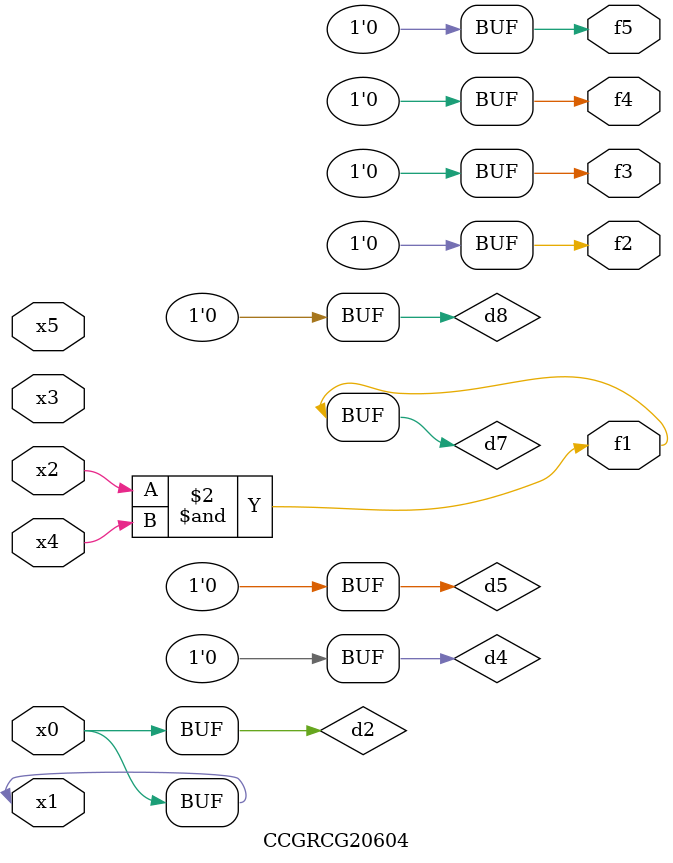
<source format=v>
module CCGRCG20604(
	input x0, x1, x2, x3, x4, x5,
	output f1, f2, f3, f4, f5
);

	wire d1, d2, d3, d4, d5, d6, d7, d8, d9;

	nand (d1, x1);
	buf (d2, x0, x1);
	nand (d3, x2, x4);
	and (d4, d1, d2);
	and (d5, d1, d2);
	nand (d6, d1, d3);
	not (d7, d3);
	xor (d8, d5);
	nor (d9, d5, d6);
	assign f1 = d7;
	assign f2 = d8;
	assign f3 = d8;
	assign f4 = d8;
	assign f5 = d8;
endmodule

</source>
